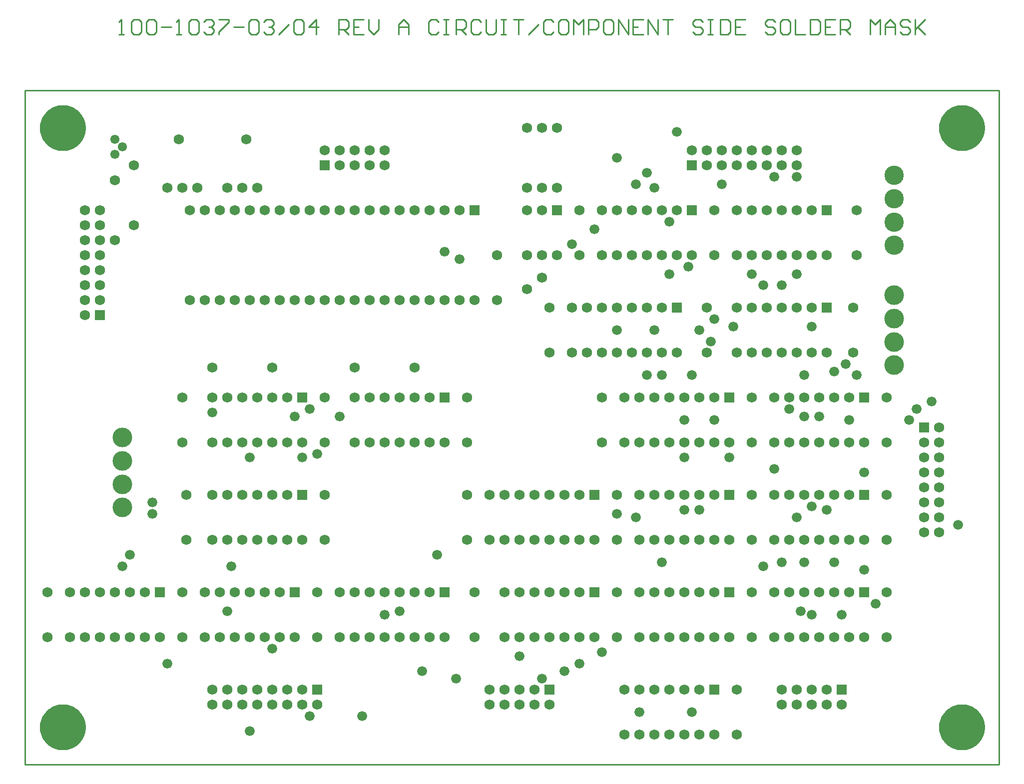
<source format=gbs>
*%FSLAX24Y24*%
*%MOIN*%
G01*
%ADD11C,0.0073*%
%ADD12C,0.0080*%
%ADD13C,0.0100*%
%ADD14C,0.0120*%
%ADD15C,0.0200*%
%ADD16C,0.0320*%
%ADD17C,0.0360*%
%ADD18C,0.0500*%
%ADD19C,0.0520*%
%ADD20C,0.0550*%
%ADD21C,0.0560*%
%ADD22C,0.0610*%
%ADD23C,0.0620*%
%ADD24C,0.0660*%
%ADD25C,0.0680*%
%ADD26C,0.0700*%
%ADD27C,0.0900*%
%ADD28C,0.1250*%
%ADD29C,0.1290*%
%ADD30C,0.1310*%
%ADD31C,0.1400*%
%ADD32C,0.1600*%
%ADD33C,0.2500*%
%ADD34R,0.0620X0.0620*%
%ADD35R,0.0680X0.0680*%
%ADD36R,0.2500X0.2500*%
D13*
X71420Y104270D02*
X71753D01*
X71587D01*
Y105270D01*
X71588D01*
X71587D02*
X71420Y105103D01*
X72253D02*
X72420Y105270D01*
X72753D01*
X72920Y105103D01*
Y104437D01*
X72753Y104270D01*
X72420D01*
X72253Y104437D01*
Y105103D01*
X73253D02*
X73419Y105270D01*
X73753D01*
X73919Y105103D01*
Y104437D01*
X73753Y104270D01*
X73419D01*
X73253Y104437D01*
Y105103D01*
X74252Y104770D02*
X74919D01*
X75252Y104270D02*
X75585D01*
X75419D01*
Y105270D01*
X75420D01*
X75419D02*
X75252Y105103D01*
X76085D02*
X76252Y105270D01*
X76585D01*
X76752Y105103D01*
Y104437D01*
X76585Y104270D01*
X76252D01*
X76085Y104437D01*
Y105103D01*
X77085D02*
X77251Y105270D01*
X77585D01*
X77751Y105103D01*
Y104936D01*
X77752D01*
X77751D02*
X77752D01*
X77751D02*
X77752D01*
X77751D02*
X77585Y104770D01*
X77418D01*
X77585D01*
X77751Y104603D01*
Y104437D01*
X77585Y104270D01*
X77251D01*
X77085Y104437D01*
X78085Y105270D02*
X78751D01*
Y105103D01*
X78085Y104437D01*
Y104270D01*
X79084Y104770D02*
X79751D01*
X80084Y105103D02*
X80250Y105270D01*
X80584D01*
X80750Y105103D01*
Y104437D01*
X80584Y104270D01*
X80250D01*
X80084Y104437D01*
Y105103D01*
X81084D02*
X81250Y105270D01*
X81583D01*
X81750Y105103D01*
Y104936D01*
X81751D01*
X81750D02*
X81751D01*
X81750D02*
X81751D01*
X81750D02*
X81583Y104770D01*
X81417D01*
X81583D01*
X81750Y104603D01*
Y104437D01*
X81583Y104270D01*
X81250D01*
X81084Y104437D01*
X82083Y104270D02*
X82750Y104936D01*
X83083Y105103D02*
X83250Y105270D01*
X83583D01*
X83749Y105103D01*
Y104437D01*
X83583Y104270D01*
X83250D01*
X83083Y104437D01*
Y105103D01*
X84582Y105270D02*
Y104270D01*
X84083Y104770D02*
X84582Y105270D01*
X84749Y104770D02*
X84083D01*
X86082Y104270D02*
Y105270D01*
X86582D01*
X86748Y105103D01*
Y104770D01*
X86582Y104603D01*
X86082D01*
X86415D02*
X86748Y104270D01*
X87082Y105270D02*
X87748D01*
X87082D02*
Y104270D01*
X87748D01*
X87415Y104770D02*
X87082D01*
X88081Y104603D02*
Y105270D01*
Y104603D02*
X88415Y104270D01*
X88748Y104603D01*
Y105270D01*
X90081Y104936D02*
Y104270D01*
Y104936D02*
X90414Y105270D01*
X90747Y104936D01*
Y104270D01*
Y104770D01*
X90081D01*
X92580Y105270D02*
X92746Y105103D01*
X92580Y105270D02*
X92247D01*
X92080Y105103D01*
Y104437D01*
X92247Y104270D01*
X92580D01*
X92746Y104437D01*
X93080Y105270D02*
X93413D01*
X93246D01*
Y104270D01*
X93080D01*
X93413D01*
X93913D02*
Y105270D01*
X94413D01*
X94579Y105103D01*
Y104770D01*
X94413Y104603D01*
X93913D01*
X94246D02*
X94579Y104270D01*
X95579Y105103D02*
X95412Y105270D01*
X95079D01*
X94912Y105103D01*
Y104437D01*
X95079Y104270D01*
X95412D01*
X95579Y104437D01*
X95912D02*
Y105270D01*
Y104437D02*
X96079Y104270D01*
X96412D01*
X96579Y104437D01*
Y105270D01*
X96912D02*
X97245D01*
X97078D01*
Y104270D01*
X96912D01*
X97245D01*
X97745Y105270D02*
X98411D01*
X98078D01*
Y104270D01*
X98745D02*
X99411Y104936D01*
X100244Y105270D02*
X100411Y105103D01*
X100244Y105270D02*
X99911D01*
X99744Y105103D01*
Y104437D01*
X99911Y104270D01*
X100244D01*
X100411Y104437D01*
X100910Y105270D02*
X101244D01*
X100910D02*
X100744Y105103D01*
Y104437D01*
X100910Y104270D01*
X101244D01*
X101410Y104437D01*
Y105103D01*
X101244Y105270D01*
X101744D02*
Y104270D01*
X102077Y104936D02*
X101744Y105270D01*
X102077Y104936D02*
X102410Y105270D01*
Y104270D01*
X102743D02*
Y105270D01*
X103243D01*
X103410Y105103D01*
Y104770D01*
X103243Y104603D01*
X102743D01*
X103910Y105270D02*
X104243D01*
X103910D02*
X103743Y105103D01*
Y104437D01*
X103910Y104270D01*
X104243D01*
X104409Y104437D01*
Y105103D01*
X104243Y105270D01*
X104743D02*
Y104270D01*
X105409D02*
X104743Y105270D01*
X105409D02*
Y104270D01*
X105742Y105270D02*
X106409D01*
X105742D02*
Y104270D01*
X106409D01*
X106075Y104770D02*
X105742D01*
X106742Y104270D02*
Y105270D01*
X107408Y104270D01*
Y105270D01*
X107742D02*
X108408D01*
X108075D01*
Y104270D01*
X110241Y105270D02*
X110407Y105103D01*
X110241Y105270D02*
X109908D01*
X109741Y105103D01*
Y104936D01*
X109908Y104770D01*
X110241D01*
X110407Y104603D01*
Y104437D01*
X110241Y104270D01*
X109908D01*
X109741Y104437D01*
X110741Y105270D02*
X111074D01*
X110907D01*
Y104270D01*
X110741D01*
X111074D01*
X111574D02*
Y105270D01*
Y104270D02*
X112074D01*
X112240Y104437D01*
Y105103D01*
X112074Y105270D01*
X111574D01*
X112573D02*
X113240D01*
X112573D02*
Y104270D01*
X113240D01*
X112907Y104770D02*
X112573D01*
X115073Y105270D02*
X115239Y105103D01*
X115073Y105270D02*
X114739D01*
X114573Y105103D01*
Y104936D01*
X114739Y104770D01*
X115073D01*
X115239Y104603D01*
Y104437D01*
X115073Y104270D01*
X114739D01*
X114573Y104437D01*
X115739Y105270D02*
X116072D01*
X115739D02*
X115572Y105103D01*
Y104437D01*
X115739Y104270D01*
X116072D01*
X116239Y104437D01*
Y105103D01*
X116072Y105270D01*
X116572D02*
Y104270D01*
X117239D01*
X117572D02*
Y105270D01*
Y104270D02*
X118072D01*
X118238Y104437D01*
Y105103D01*
X118072Y105270D01*
X117572D01*
X118571D02*
X119238D01*
X118571D02*
Y104270D01*
X119238D01*
X118905Y104770D02*
X118571D01*
X119571Y104270D02*
Y105270D01*
X120071D01*
X120238Y105103D01*
Y104770D01*
X120071Y104603D01*
X119571D01*
X119904D02*
X120238Y104270D01*
X121570D02*
Y105270D01*
X121904Y104936D01*
X122237Y105270D01*
Y104270D01*
X122570D02*
Y104936D01*
X122903Y105270D01*
X123237Y104936D01*
Y104270D01*
Y104770D01*
X122570D01*
X124070Y105270D02*
X124236Y105103D01*
X124070Y105270D02*
X123736D01*
X123570Y105103D01*
Y104936D01*
X123736Y104770D01*
X124070D01*
X124236Y104603D01*
Y104437D01*
X124070Y104270D01*
X123736D01*
X123570Y104437D01*
X124569Y104270D02*
Y105270D01*
Y104603D02*
Y104270D01*
Y104603D02*
X125236Y105270D01*
X124736Y104770D01*
X125236Y104270D01*
X130170Y55520D02*
X65170D01*
Y100520D02*
X130170D01*
Y55520D01*
X65170D02*
Y100520D01*
D18*
X66390Y58020D02*
X66391D01*
X66390D02*
X66394Y57917D01*
X66407Y57815D01*
X66427Y57714D01*
X66456Y57615D01*
X66492Y57518D01*
X66537Y57425D01*
X66588Y57336D01*
X66647Y57251D01*
X66712Y57171D01*
X66783Y57097D01*
X66860Y57029D01*
X66943Y56967D01*
X67030Y56911D01*
X67121Y56864D01*
X67216Y56823D01*
X67314Y56791D01*
X67414Y56766D01*
X67516Y56749D01*
X67618Y56741D01*
X67722D01*
X67824Y56749D01*
X67926Y56766D01*
X68026Y56791D01*
X68124Y56823D01*
X68219Y56864D01*
X68310Y56911D01*
X68397Y56967D01*
X68480Y57029D01*
X68557Y57097D01*
X68628Y57171D01*
X68693Y57251D01*
X68752Y57336D01*
X68803Y57425D01*
X68848Y57518D01*
X68884Y57615D01*
X68913Y57714D01*
X68933Y57815D01*
X68946Y57917D01*
X68950Y58020D01*
X68951D01*
X68950D02*
X68946Y58123D01*
X68933Y58225D01*
X68913Y58326D01*
X68884Y58425D01*
X68848Y58522D01*
X68803Y58615D01*
X68752Y58704D01*
X68693Y58789D01*
X68628Y58869D01*
X68557Y58943D01*
X68480Y59011D01*
X68397Y59073D01*
X68310Y59129D01*
X68219Y59176D01*
X68124Y59217D01*
X68026Y59249D01*
X67926Y59274D01*
X67824Y59291D01*
X67722Y59299D01*
X67618D01*
X67516Y59291D01*
X67414Y59274D01*
X67314Y59249D01*
X67216Y59217D01*
X67121Y59176D01*
X67030Y59129D01*
X66943Y59073D01*
X66860Y59011D01*
X66783Y58943D01*
X66712Y58869D01*
X66647Y58789D01*
X66588Y58704D01*
X66537Y58615D01*
X66492Y58522D01*
X66456Y58425D01*
X66427Y58326D01*
X66407Y58225D01*
X66394Y58123D01*
X66390Y58020D01*
X66870D02*
X66871D01*
X66870D02*
X66875Y57927D01*
X66892Y57836D01*
X66918Y57746D01*
X66955Y57661D01*
X67002Y57580D01*
X67057Y57506D01*
X67121Y57438D01*
X67192Y57378D01*
X67270Y57327D01*
X67353Y57285D01*
X67441Y57254D01*
X67531Y57232D01*
X67623Y57221D01*
X67717D01*
X67809Y57232D01*
X67899Y57254D01*
X67987Y57285D01*
X68070Y57327D01*
X68148Y57378D01*
X68219Y57438D01*
X68283Y57506D01*
X68338Y57580D01*
X68385Y57661D01*
X68422Y57746D01*
X68448Y57836D01*
X68465Y57927D01*
X68470Y58020D01*
X68471D01*
X68470D02*
X68465Y58113D01*
X68448Y58204D01*
X68422Y58294D01*
X68385Y58379D01*
X68338Y58460D01*
X68283Y58534D01*
X68219Y58602D01*
X68148Y58662D01*
X68070Y58713D01*
X67987Y58755D01*
X67899Y58786D01*
X67809Y58808D01*
X67717Y58819D01*
X67623D01*
X67531Y58808D01*
X67441Y58786D01*
X67353Y58755D01*
X67270Y58713D01*
X67192Y58662D01*
X67121Y58602D01*
X67057Y58534D01*
X67002Y58460D01*
X66955Y58379D01*
X66918Y58294D01*
X66892Y58204D01*
X66875Y58113D01*
X66870Y58020D01*
X67350D02*
X67351D01*
X67350D02*
X67357Y57953D01*
X67378Y57890D01*
X67411Y57832D01*
X67456Y57782D01*
X67510Y57743D01*
X67571Y57716D01*
X67637Y57702D01*
X67703D01*
X67769Y57716D01*
X67830Y57743D01*
X67884Y57782D01*
X67929Y57832D01*
X67962Y57890D01*
X67983Y57953D01*
X67990Y58020D01*
X67991D01*
X67990D02*
X67983Y58087D01*
X67962Y58150D01*
X67929Y58208D01*
X67884Y58258D01*
X67830Y58297D01*
X67769Y58324D01*
X67703Y58338D01*
X67637D01*
X67571Y58324D01*
X67510Y58297D01*
X67456Y58258D01*
X67411Y58208D01*
X67378Y58150D01*
X67357Y58087D01*
X67350Y58020D01*
X67670D02*
D03*
X66390Y98020D02*
X66391D01*
X66390D02*
X66394Y97917D01*
X66407Y97815D01*
X66427Y97714D01*
X66456Y97615D01*
X66492Y97518D01*
X66537Y97425D01*
X66588Y97336D01*
X66647Y97251D01*
X66712Y97171D01*
X66783Y97097D01*
X66860Y97029D01*
X66943Y96967D01*
X67030Y96911D01*
X67121Y96864D01*
X67216Y96823D01*
X67314Y96791D01*
X67414Y96766D01*
X67516Y96749D01*
X67618Y96741D01*
X67722D01*
X67824Y96749D01*
X67926Y96766D01*
X68026Y96791D01*
X68124Y96823D01*
X68219Y96864D01*
X68310Y96911D01*
X68397Y96967D01*
X68480Y97029D01*
X68557Y97097D01*
X68628Y97171D01*
X68693Y97251D01*
X68752Y97336D01*
X68803Y97425D01*
X68848Y97518D01*
X68884Y97615D01*
X68913Y97714D01*
X68933Y97815D01*
X68946Y97917D01*
X68950Y98020D01*
X68951D01*
X68950D02*
X68946Y98123D01*
X68933Y98225D01*
X68913Y98326D01*
X68884Y98425D01*
X68848Y98522D01*
X68803Y98615D01*
X68752Y98704D01*
X68693Y98789D01*
X68628Y98869D01*
X68557Y98943D01*
X68480Y99011D01*
X68397Y99073D01*
X68310Y99129D01*
X68219Y99176D01*
X68124Y99217D01*
X68026Y99249D01*
X67926Y99274D01*
X67824Y99291D01*
X67722Y99299D01*
X67618D01*
X67516Y99291D01*
X67414Y99274D01*
X67314Y99249D01*
X67216Y99217D01*
X67121Y99176D01*
X67030Y99129D01*
X66943Y99073D01*
X66860Y99011D01*
X66783Y98943D01*
X66712Y98869D01*
X66647Y98789D01*
X66588Y98704D01*
X66537Y98615D01*
X66492Y98522D01*
X66456Y98425D01*
X66427Y98326D01*
X66407Y98225D01*
X66394Y98123D01*
X66390Y98020D01*
X66870D02*
X66871D01*
X66870D02*
X66875Y97927D01*
X66892Y97836D01*
X66918Y97746D01*
X66955Y97661D01*
X67002Y97580D01*
X67057Y97506D01*
X67121Y97438D01*
X67192Y97378D01*
X67270Y97327D01*
X67353Y97285D01*
X67441Y97254D01*
X67531Y97232D01*
X67623Y97221D01*
X67717D01*
X67809Y97232D01*
X67899Y97254D01*
X67987Y97285D01*
X68070Y97327D01*
X68148Y97378D01*
X68219Y97438D01*
X68283Y97506D01*
X68338Y97580D01*
X68385Y97661D01*
X68422Y97746D01*
X68448Y97836D01*
X68465Y97927D01*
X68470Y98020D01*
X68471D01*
X68470D02*
X68465Y98113D01*
X68448Y98204D01*
X68422Y98294D01*
X68385Y98379D01*
X68338Y98460D01*
X68283Y98534D01*
X68219Y98602D01*
X68148Y98662D01*
X68070Y98713D01*
X67987Y98755D01*
X67899Y98786D01*
X67809Y98808D01*
X67717Y98819D01*
X67623D01*
X67531Y98808D01*
X67441Y98786D01*
X67353Y98755D01*
X67270Y98713D01*
X67192Y98662D01*
X67121Y98602D01*
X67057Y98534D01*
X67002Y98460D01*
X66955Y98379D01*
X66918Y98294D01*
X66892Y98204D01*
X66875Y98113D01*
X66870Y98020D01*
X67350D02*
X67351D01*
X67350D02*
X67357Y97953D01*
X67378Y97890D01*
X67411Y97832D01*
X67456Y97782D01*
X67510Y97743D01*
X67571Y97716D01*
X67637Y97702D01*
X67703D01*
X67769Y97716D01*
X67830Y97743D01*
X67884Y97782D01*
X67929Y97832D01*
X67962Y97890D01*
X67983Y97953D01*
X67990Y98020D01*
X67991D01*
X67990D02*
X67983Y98087D01*
X67962Y98150D01*
X67929Y98208D01*
X67884Y98258D01*
X67830Y98297D01*
X67769Y98324D01*
X67703Y98338D01*
X67637D01*
X67571Y98324D01*
X67510Y98297D01*
X67456Y98258D01*
X67411Y98208D01*
X67378Y98150D01*
X67357Y98087D01*
X67350Y98020D01*
X67670D02*
D03*
X126390Y58020D02*
X126391D01*
X126390D02*
X126394Y57917D01*
X126407Y57815D01*
X126427Y57714D01*
X126456Y57615D01*
X126492Y57518D01*
X126537Y57425D01*
X126588Y57336D01*
X126647Y57251D01*
X126712Y57171D01*
X126783Y57097D01*
X126860Y57029D01*
X126943Y56967D01*
X127030Y56911D01*
X127121Y56864D01*
X127216Y56823D01*
X127314Y56791D01*
X127414Y56766D01*
X127516Y56749D01*
X127618Y56741D01*
X127722D01*
X127824Y56749D01*
X127926Y56766D01*
X128026Y56791D01*
X128124Y56823D01*
X128219Y56864D01*
X128310Y56911D01*
X128397Y56967D01*
X128480Y57029D01*
X128557Y57097D01*
X128628Y57171D01*
X128693Y57251D01*
X128752Y57336D01*
X128803Y57425D01*
X128848Y57518D01*
X128884Y57615D01*
X128913Y57714D01*
X128933Y57815D01*
X128946Y57917D01*
X128950Y58020D01*
X128951D01*
X128950D02*
X128946Y58123D01*
X128933Y58225D01*
X128913Y58326D01*
X128884Y58425D01*
X128848Y58522D01*
X128803Y58615D01*
X128752Y58704D01*
X128693Y58789D01*
X128628Y58869D01*
X128557Y58943D01*
X128480Y59011D01*
X128397Y59073D01*
X128310Y59129D01*
X128219Y59176D01*
X128124Y59217D01*
X128026Y59249D01*
X127926Y59274D01*
X127824Y59291D01*
X127722Y59299D01*
X127618D01*
X127516Y59291D01*
X127414Y59274D01*
X127314Y59249D01*
X127216Y59217D01*
X127121Y59176D01*
X127030Y59129D01*
X126943Y59073D01*
X126860Y59011D01*
X126783Y58943D01*
X126712Y58869D01*
X126647Y58789D01*
X126588Y58704D01*
X126537Y58615D01*
X126492Y58522D01*
X126456Y58425D01*
X126427Y58326D01*
X126407Y58225D01*
X126394Y58123D01*
X126390Y58020D01*
X126870D02*
X126871D01*
X126870D02*
X126875Y57927D01*
X126892Y57836D01*
X126918Y57746D01*
X126955Y57661D01*
X127002Y57580D01*
X127057Y57506D01*
X127121Y57438D01*
X127192Y57378D01*
X127270Y57327D01*
X127353Y57285D01*
X127441Y57254D01*
X127531Y57232D01*
X127623Y57221D01*
X127717D01*
X127809Y57232D01*
X127899Y57254D01*
X127987Y57285D01*
X128070Y57327D01*
X128148Y57378D01*
X128219Y57438D01*
X128283Y57506D01*
X128338Y57580D01*
X128385Y57661D01*
X128422Y57746D01*
X128448Y57836D01*
X128465Y57927D01*
X128470Y58020D01*
X128471D01*
X128470D02*
X128465Y58113D01*
X128448Y58204D01*
X128422Y58294D01*
X128385Y58379D01*
X128338Y58460D01*
X128283Y58534D01*
X128219Y58602D01*
X128148Y58662D01*
X128070Y58713D01*
X127987Y58755D01*
X127899Y58786D01*
X127809Y58808D01*
X127717Y58819D01*
X127623D01*
X127531Y58808D01*
X127441Y58786D01*
X127353Y58755D01*
X127270Y58713D01*
X127192Y58662D01*
X127121Y58602D01*
X127057Y58534D01*
X127002Y58460D01*
X126955Y58379D01*
X126918Y58294D01*
X126892Y58204D01*
X126875Y58113D01*
X126870Y58020D01*
X127350D02*
X127351D01*
X127350D02*
X127357Y57953D01*
X127378Y57890D01*
X127411Y57832D01*
X127456Y57782D01*
X127510Y57743D01*
X127571Y57716D01*
X127637Y57702D01*
X127703D01*
X127769Y57716D01*
X127830Y57743D01*
X127884Y57782D01*
X127929Y57832D01*
X127962Y57890D01*
X127983Y57953D01*
X127990Y58020D01*
X127991D01*
X127990D02*
X127983Y58087D01*
X127962Y58150D01*
X127929Y58208D01*
X127884Y58258D01*
X127830Y58297D01*
X127769Y58324D01*
X127703Y58338D01*
X127637D01*
X127571Y58324D01*
X127510Y58297D01*
X127456Y58258D01*
X127411Y58208D01*
X127378Y58150D01*
X127357Y58087D01*
X127350Y58020D01*
X127670D02*
D03*
X126390Y98020D02*
X126391D01*
X126390D02*
X126394Y97917D01*
X126407Y97815D01*
X126427Y97714D01*
X126456Y97615D01*
X126492Y97518D01*
X126537Y97425D01*
X126588Y97336D01*
X126647Y97251D01*
X126712Y97171D01*
X126783Y97097D01*
X126860Y97029D01*
X126943Y96967D01*
X127030Y96911D01*
X127121Y96864D01*
X127216Y96823D01*
X127314Y96791D01*
X127414Y96766D01*
X127516Y96749D01*
X127618Y96741D01*
X127722D01*
X127824Y96749D01*
X127926Y96766D01*
X128026Y96791D01*
X128124Y96823D01*
X128219Y96864D01*
X128310Y96911D01*
X128397Y96967D01*
X128480Y97029D01*
X128557Y97097D01*
X128628Y97171D01*
X128693Y97251D01*
X128752Y97336D01*
X128803Y97425D01*
X128848Y97518D01*
X128884Y97615D01*
X128913Y97714D01*
X128933Y97815D01*
X128946Y97917D01*
X128950Y98020D01*
X128951D01*
X128950D02*
X128946Y98123D01*
X128933Y98225D01*
X128913Y98326D01*
X128884Y98425D01*
X128848Y98522D01*
X128803Y98615D01*
X128752Y98704D01*
X128693Y98789D01*
X128628Y98869D01*
X128557Y98943D01*
X128480Y99011D01*
X128397Y99073D01*
X128310Y99129D01*
X128219Y99176D01*
X128124Y99217D01*
X128026Y99249D01*
X127926Y99274D01*
X127824Y99291D01*
X127722Y99299D01*
X127618D01*
X127516Y99291D01*
X127414Y99274D01*
X127314Y99249D01*
X127216Y99217D01*
X127121Y99176D01*
X127030Y99129D01*
X126943Y99073D01*
X126860Y99011D01*
X126783Y98943D01*
X126712Y98869D01*
X126647Y98789D01*
X126588Y98704D01*
X126537Y98615D01*
X126492Y98522D01*
X126456Y98425D01*
X126427Y98326D01*
X126407Y98225D01*
X126394Y98123D01*
X126390Y98020D01*
X126870D02*
X126871D01*
X126870D02*
X126875Y97927D01*
X126892Y97836D01*
X126918Y97746D01*
X126955Y97661D01*
X127002Y97580D01*
X127057Y97506D01*
X127121Y97438D01*
X127192Y97378D01*
X127270Y97327D01*
X127353Y97285D01*
X127441Y97254D01*
X127531Y97232D01*
X127623Y97221D01*
X127717D01*
X127809Y97232D01*
X127899Y97254D01*
X127987Y97285D01*
X128070Y97327D01*
X128148Y97378D01*
X128219Y97438D01*
X128283Y97506D01*
X128338Y97580D01*
X128385Y97661D01*
X128422Y97746D01*
X128448Y97836D01*
X128465Y97927D01*
X128470Y98020D01*
X128471D01*
X128470D02*
X128465Y98113D01*
X128448Y98204D01*
X128422Y98294D01*
X128385Y98379D01*
X128338Y98460D01*
X128283Y98534D01*
X128219Y98602D01*
X128148Y98662D01*
X128070Y98713D01*
X127987Y98755D01*
X127899Y98786D01*
X127809Y98808D01*
X127717Y98819D01*
X127623D01*
X127531Y98808D01*
X127441Y98786D01*
X127353Y98755D01*
X127270Y98713D01*
X127192Y98662D01*
X127121Y98602D01*
X127057Y98534D01*
X127002Y98460D01*
X126955Y98379D01*
X126918Y98294D01*
X126892Y98204D01*
X126875Y98113D01*
X126870Y98020D01*
X127350D02*
X127351D01*
X127350D02*
X127357Y97953D01*
X127378Y97890D01*
X127411Y97832D01*
X127456Y97782D01*
X127510Y97743D01*
X127571Y97716D01*
X127637Y97702D01*
X127703D01*
X127769Y97716D01*
X127830Y97743D01*
X127884Y97782D01*
X127929Y97832D01*
X127962Y97890D01*
X127983Y97953D01*
X127990Y98020D01*
X127991D01*
X127990D02*
X127983Y98087D01*
X127962Y98150D01*
X127929Y98208D01*
X127884Y98258D01*
X127830Y98297D01*
X127769Y98324D01*
X127703Y98338D01*
X127637D01*
X127571Y98324D01*
X127510Y98297D01*
X127456Y98258D01*
X127411Y98208D01*
X127378Y98150D01*
X127357Y98087D01*
X127350Y98020D01*
X127670D02*
D03*
D22*
X71170Y96270D02*
D03*
X71670Y96770D02*
D03*
X71170Y97270D02*
D03*
D24*
X127420Y71520D02*
D03*
X125670Y79770D02*
D03*
X124170Y78520D02*
D03*
X124670Y79270D02*
D03*
X121920Y66270D02*
D03*
X121170Y75020D02*
D03*
Y68520D02*
D03*
X119920Y82270D02*
D03*
X120670Y81520D02*
D03*
X120170Y78520D02*
D03*
X119670Y65520D02*
D03*
X118670Y72520D02*
D03*
X119170Y69020D02*
D03*
Y81770D02*
D03*
X118170Y78770D02*
D03*
X117170Y69020D02*
D03*
X116920Y65770D02*
D03*
X116670Y72020D02*
D03*
Y88270D02*
D03*
X116170Y79270D02*
D03*
X117170Y81520D02*
D03*
Y78770D02*
D03*
X116670Y94770D02*
D03*
X117670Y72770D02*
D03*
Y65520D02*
D03*
Y84770D02*
D03*
X115170Y75270D02*
D03*
X114420Y68770D02*
D03*
X115670Y69020D02*
D03*
Y87520D02*
D03*
X114420D02*
D03*
X115170Y94770D02*
D03*
X112170Y76020D02*
D03*
X113670Y88270D02*
D03*
X112420Y84770D02*
D03*
X110170Y72520D02*
D03*
X110920Y83770D02*
D03*
X111170Y85270D02*
D03*
X110170Y84520D02*
D03*
X111170Y78520D02*
D03*
X111670Y94270D02*
D03*
X109670Y59020D02*
D03*
X109170Y72520D02*
D03*
Y76020D02*
D03*
X108170Y91770D02*
D03*
Y88270D02*
D03*
X109420Y88770D02*
D03*
X109670Y81520D02*
D03*
X109170Y78520D02*
D03*
X108670Y97770D02*
D03*
X106170Y59020D02*
D03*
X107670Y69020D02*
D03*
X107170Y84520D02*
D03*
X106670Y81520D02*
D03*
X107670D02*
D03*
X107170Y94020D02*
D03*
X106670Y95020D02*
D03*
X104670Y72270D02*
D03*
X105920Y72020D02*
D03*
X104670Y84520D02*
D03*
X105920Y94270D02*
D03*
X104670Y96020D02*
D03*
X102170Y62270D02*
D03*
X103670Y63020D02*
D03*
X103170Y91270D02*
D03*
X101170Y61770D02*
D03*
X101670Y90270D02*
D03*
X99670Y61270D02*
D03*
X98170Y62770D02*
D03*
X93920Y61270D02*
D03*
X92670Y69520D02*
D03*
X93170Y89770D02*
D03*
X94170Y89270D02*
D03*
X91670Y61770D02*
D03*
X90170Y65770D02*
D03*
X89170Y65520D02*
D03*
X87670Y58770D02*
D03*
X84670Y76270D02*
D03*
X86170Y78770D02*
D03*
X84170Y58770D02*
D03*
X83670Y76020D02*
D03*
X84170Y79270D02*
D03*
X83170Y78770D02*
D03*
X81670Y63270D02*
D03*
X80170Y57770D02*
D03*
X78670Y65770D02*
D03*
X78920Y68770D02*
D03*
X80170Y76020D02*
D03*
X77670Y79020D02*
D03*
X74670Y62270D02*
D03*
X73670Y73020D02*
D03*
Y72270D02*
D03*
X71670Y68770D02*
D03*
X72170Y69520D02*
D03*
D25*
X98670Y87270D02*
D03*
X99670Y88020D02*
D03*
X66670Y67020D02*
D03*
Y64020D02*
D03*
X69170Y85520D02*
D03*
X70170Y86520D02*
D03*
X69170D02*
D03*
X70170Y87520D02*
D03*
X69170D02*
D03*
X70170Y88520D02*
D03*
X69170D02*
D03*
X70170Y89520D02*
D03*
X69170D02*
D03*
X70170Y90520D02*
D03*
X69170D02*
D03*
X70170Y91520D02*
D03*
X69170D02*
D03*
X70170Y92520D02*
D03*
X69170D02*
D03*
X84670Y59520D02*
D03*
X83670Y60520D02*
D03*
Y59520D02*
D03*
X82670Y60520D02*
D03*
Y59520D02*
D03*
X81670Y60520D02*
D03*
Y59520D02*
D03*
X80670Y60520D02*
D03*
Y59520D02*
D03*
X79670Y60520D02*
D03*
Y59520D02*
D03*
X78670Y60520D02*
D03*
Y59520D02*
D03*
X77670Y60520D02*
D03*
Y59520D02*
D03*
X81670Y73520D02*
D03*
X83670Y70520D02*
D03*
X82670D02*
D03*
X81670D02*
D03*
X80670D02*
D03*
X79670D02*
D03*
X78670D02*
D03*
X77670D02*
D03*
Y73520D02*
D03*
X78670D02*
D03*
X79670D02*
D03*
X80670D02*
D03*
X82670D02*
D03*
X72170Y67020D02*
D03*
X74170Y64020D02*
D03*
X73170D02*
D03*
X72170D02*
D03*
X71170D02*
D03*
X70170D02*
D03*
X69170D02*
D03*
X68170D02*
D03*
Y67020D02*
D03*
X69170D02*
D03*
X70170D02*
D03*
X71170D02*
D03*
X73170D02*
D03*
X75670D02*
D03*
Y64020D02*
D03*
X81170Y67020D02*
D03*
X83170Y64020D02*
D03*
X82170D02*
D03*
X81170D02*
D03*
X80170D02*
D03*
X79170D02*
D03*
X78170D02*
D03*
X77170D02*
D03*
Y67020D02*
D03*
X78170D02*
D03*
X79170D02*
D03*
X80170D02*
D03*
X82170D02*
D03*
X84670D02*
D03*
Y64020D02*
D03*
X85170Y70520D02*
D03*
Y73520D02*
D03*
X75920Y70520D02*
D03*
Y73520D02*
D03*
X71170Y90520D02*
D03*
Y94520D02*
D03*
X72420Y91520D02*
D03*
Y95520D02*
D03*
X75670Y80020D02*
D03*
Y77020D02*
D03*
X81670Y80020D02*
D03*
X83670Y77020D02*
D03*
X82670D02*
D03*
X81670D02*
D03*
X80670D02*
D03*
X79670D02*
D03*
X78670D02*
D03*
X77670D02*
D03*
Y80020D02*
D03*
X78670D02*
D03*
X79670D02*
D03*
X80670D02*
D03*
X82670D02*
D03*
X85170D02*
D03*
Y77020D02*
D03*
X81670Y82020D02*
D03*
X77670D02*
D03*
X79670Y94020D02*
D03*
X80670D02*
D03*
X75670D02*
D03*
X74670D02*
D03*
X79920Y97270D02*
D03*
X75420D02*
D03*
X78670Y94020D02*
D03*
X76670D02*
D03*
X88170Y96520D02*
D03*
X85170D02*
D03*
X86170Y95520D02*
D03*
Y96520D02*
D03*
X87170Y95520D02*
D03*
Y96520D02*
D03*
X88170Y95520D02*
D03*
X89170D02*
D03*
Y96520D02*
D03*
X97170Y59520D02*
D03*
X100170D02*
D03*
X99170Y60520D02*
D03*
Y59520D02*
D03*
X98170Y60520D02*
D03*
Y59520D02*
D03*
X97170Y60520D02*
D03*
X96170D02*
D03*
Y59520D02*
D03*
X94670Y73520D02*
D03*
Y70520D02*
D03*
X92170Y67020D02*
D03*
X91170D02*
D03*
X90170D02*
D03*
X89170D02*
D03*
X88170D02*
D03*
X87170D02*
D03*
X86170D02*
D03*
Y64020D02*
D03*
X87170D02*
D03*
X88170D02*
D03*
X89170D02*
D03*
X90170D02*
D03*
X91170D02*
D03*
X92170D02*
D03*
X93170D02*
D03*
X95170Y67020D02*
D03*
Y64020D02*
D03*
X96670Y89520D02*
D03*
Y86520D02*
D03*
X91170Y80020D02*
D03*
X93170Y77020D02*
D03*
X92170D02*
D03*
X91170D02*
D03*
X90170D02*
D03*
X89170D02*
D03*
X88170D02*
D03*
X87170D02*
D03*
Y80020D02*
D03*
X88170D02*
D03*
X89170D02*
D03*
X90170D02*
D03*
X92170D02*
D03*
X91170Y82020D02*
D03*
X87170D02*
D03*
X94670Y80020D02*
D03*
Y77020D02*
D03*
X100170Y83020D02*
D03*
Y86020D02*
D03*
X100670Y94020D02*
D03*
Y98020D02*
D03*
X99670D02*
D03*
Y94020D02*
D03*
X98670Y98020D02*
D03*
Y94020D02*
D03*
X99670Y92520D02*
D03*
X100670Y89520D02*
D03*
X99670D02*
D03*
X98670D02*
D03*
Y92520D02*
D03*
X89170D02*
D03*
X95170Y86520D02*
D03*
X94170D02*
D03*
X93170D02*
D03*
X92170D02*
D03*
X91170D02*
D03*
X90170D02*
D03*
X89170D02*
D03*
X88170D02*
D03*
X87170D02*
D03*
X86170D02*
D03*
X85170D02*
D03*
X84170D02*
D03*
X83170D02*
D03*
X82170D02*
D03*
X81170D02*
D03*
X80170D02*
D03*
X79170D02*
D03*
X78170D02*
D03*
X77170D02*
D03*
X76170D02*
D03*
Y92520D02*
D03*
X77170D02*
D03*
X78170D02*
D03*
X79170D02*
D03*
X80170D02*
D03*
X81170D02*
D03*
X82170D02*
D03*
X83170D02*
D03*
X84170D02*
D03*
X85170D02*
D03*
X86170D02*
D03*
X87170D02*
D03*
X88170D02*
D03*
X90170D02*
D03*
X91170D02*
D03*
X92170D02*
D03*
X93170D02*
D03*
X94170D02*
D03*
X110170Y60520D02*
D03*
X109170D02*
D03*
X108170D02*
D03*
X107170D02*
D03*
X106170D02*
D03*
X105170D02*
D03*
Y57520D02*
D03*
X106170D02*
D03*
X107170D02*
D03*
X108170D02*
D03*
X109170D02*
D03*
X110170D02*
D03*
X111170D02*
D03*
X112670D02*
D03*
Y60520D02*
D03*
X102170Y73520D02*
D03*
X101170D02*
D03*
X100170D02*
D03*
X99170D02*
D03*
X98170D02*
D03*
X97170D02*
D03*
X96170D02*
D03*
Y70520D02*
D03*
X97170D02*
D03*
X98170D02*
D03*
X99170D02*
D03*
X100170D02*
D03*
X101170D02*
D03*
X102170D02*
D03*
X103170D02*
D03*
X104670Y73520D02*
D03*
Y70520D02*
D03*
X110170Y73520D02*
D03*
X112170Y70520D02*
D03*
X111170D02*
D03*
X110170D02*
D03*
X109170D02*
D03*
X108170D02*
D03*
X107170D02*
D03*
X106170D02*
D03*
Y73520D02*
D03*
X107170D02*
D03*
X108170D02*
D03*
X109170D02*
D03*
X111170D02*
D03*
X113670D02*
D03*
Y70520D02*
D03*
Y67020D02*
D03*
Y64020D02*
D03*
X110170Y67020D02*
D03*
X112170Y64020D02*
D03*
X111170D02*
D03*
X110170D02*
D03*
X109170D02*
D03*
X108170D02*
D03*
X107170D02*
D03*
X106170D02*
D03*
Y67020D02*
D03*
X107170D02*
D03*
X108170D02*
D03*
X109170D02*
D03*
X111170D02*
D03*
X104670D02*
D03*
Y64020D02*
D03*
X101170Y67020D02*
D03*
X103170Y64020D02*
D03*
X102170D02*
D03*
X101170D02*
D03*
X100170D02*
D03*
X99170D02*
D03*
X98170D02*
D03*
X97170D02*
D03*
Y67020D02*
D03*
X98170D02*
D03*
X99170D02*
D03*
X100170D02*
D03*
X102170D02*
D03*
X110670Y83020D02*
D03*
Y86020D02*
D03*
X113670Y77020D02*
D03*
Y80020D02*
D03*
X102170Y92520D02*
D03*
Y89520D02*
D03*
X112170Y77020D02*
D03*
X111170D02*
D03*
X110170D02*
D03*
X109170D02*
D03*
X108170D02*
D03*
X107170D02*
D03*
X106170D02*
D03*
X105170D02*
D03*
Y80020D02*
D03*
X106170D02*
D03*
X107170D02*
D03*
X108170D02*
D03*
X109170D02*
D03*
X110170D02*
D03*
X111170D02*
D03*
X108670Y83020D02*
D03*
X107670D02*
D03*
X106670D02*
D03*
X105670D02*
D03*
X104670D02*
D03*
X103670D02*
D03*
X102670D02*
D03*
X101670D02*
D03*
Y86020D02*
D03*
X102670D02*
D03*
X103670D02*
D03*
X104670D02*
D03*
X105670D02*
D03*
X106670D02*
D03*
X107670D02*
D03*
X111170Y92520D02*
D03*
Y89520D02*
D03*
X103670Y77020D02*
D03*
Y80020D02*
D03*
X109670Y96520D02*
D03*
X110670Y95520D02*
D03*
Y96520D02*
D03*
X111670Y95520D02*
D03*
Y96520D02*
D03*
X112670Y95520D02*
D03*
Y96520D02*
D03*
X113670Y95520D02*
D03*
Y96520D02*
D03*
X114670Y95520D02*
D03*
Y96520D02*
D03*
X115670Y95520D02*
D03*
Y96520D02*
D03*
X116670Y95520D02*
D03*
Y96520D02*
D03*
X108670Y92520D02*
D03*
X107670D02*
D03*
X106670D02*
D03*
X105670D02*
D03*
X104670D02*
D03*
X103670D02*
D03*
Y89520D02*
D03*
X104670D02*
D03*
X105670D02*
D03*
X106670D02*
D03*
X107670D02*
D03*
X108670D02*
D03*
X109670D02*
D03*
X116670Y59520D02*
D03*
X119670D02*
D03*
X118670Y60520D02*
D03*
Y59520D02*
D03*
X117670Y60520D02*
D03*
Y59520D02*
D03*
X116670Y60520D02*
D03*
X115670D02*
D03*
Y59520D02*
D03*
X120170Y73520D02*
D03*
X119170D02*
D03*
X118170D02*
D03*
X117170D02*
D03*
X116170D02*
D03*
X115170D02*
D03*
Y70520D02*
D03*
X116170D02*
D03*
X117170D02*
D03*
X118170D02*
D03*
X119170D02*
D03*
X120170D02*
D03*
X121170D02*
D03*
X122670Y73520D02*
D03*
Y70520D02*
D03*
Y67020D02*
D03*
Y64020D02*
D03*
X120170Y67020D02*
D03*
X119170D02*
D03*
X118170D02*
D03*
X117170D02*
D03*
X116170D02*
D03*
X115170D02*
D03*
Y64020D02*
D03*
X116170D02*
D03*
X117170D02*
D03*
X118170D02*
D03*
X119170D02*
D03*
X120170D02*
D03*
X121170D02*
D03*
X126170Y78020D02*
D03*
X125170Y77020D02*
D03*
X126170D02*
D03*
X125170Y76020D02*
D03*
X126170D02*
D03*
X125170Y75020D02*
D03*
X126170D02*
D03*
X125170Y74020D02*
D03*
X126170D02*
D03*
X125170Y73020D02*
D03*
X126170D02*
D03*
X125170Y72020D02*
D03*
X126170D02*
D03*
X125170Y71020D02*
D03*
X126170D02*
D03*
X120170Y80020D02*
D03*
X119170D02*
D03*
X118170D02*
D03*
X117170D02*
D03*
X116170D02*
D03*
X115170D02*
D03*
Y77020D02*
D03*
X116170D02*
D03*
X117170D02*
D03*
X118170D02*
D03*
X119170D02*
D03*
X120170D02*
D03*
X121170D02*
D03*
X116670Y86020D02*
D03*
X118670Y83020D02*
D03*
X117670D02*
D03*
X116670D02*
D03*
X115670D02*
D03*
X114670D02*
D03*
X113670D02*
D03*
X112670D02*
D03*
Y86020D02*
D03*
X113670D02*
D03*
X114670D02*
D03*
X115670D02*
D03*
X117670D02*
D03*
X120670Y92520D02*
D03*
Y89520D02*
D03*
X122670Y77020D02*
D03*
Y80020D02*
D03*
X120420Y83020D02*
D03*
Y86020D02*
D03*
X117670Y92520D02*
D03*
X116670D02*
D03*
X115670D02*
D03*
X114670D02*
D03*
X113670D02*
D03*
X112670D02*
D03*
Y89520D02*
D03*
X113670D02*
D03*
X114670D02*
D03*
X115670D02*
D03*
X116670D02*
D03*
X117670D02*
D03*
X118670D02*
D03*
D29*
X123170Y93300D02*
D03*
Y90180D02*
D03*
Y94860D02*
D03*
Y91740D02*
D03*
D30*
X71670Y74240D02*
D03*
Y77360D02*
D03*
Y72680D02*
D03*
Y75800D02*
D03*
X123170Y85300D02*
D03*
Y82180D02*
D03*
Y86860D02*
D03*
Y83740D02*
D03*
D35*
X70170Y85520D02*
D03*
X84670Y60520D02*
D03*
X83670Y73520D02*
D03*
X74170Y67020D02*
D03*
X83170D02*
D03*
X83670Y80020D02*
D03*
X85170Y95520D02*
D03*
X100170Y60520D02*
D03*
X93170Y67020D02*
D03*
Y80020D02*
D03*
X100670Y92520D02*
D03*
X95170D02*
D03*
X111170Y60520D02*
D03*
X103170Y73520D02*
D03*
X112170D02*
D03*
Y67020D02*
D03*
X103170D02*
D03*
X112170Y80020D02*
D03*
X108670Y86020D02*
D03*
X109670Y95520D02*
D03*
Y92520D02*
D03*
X119670Y60520D02*
D03*
X121170Y73520D02*
D03*
Y67020D02*
D03*
X125170Y78020D02*
D03*
X121170Y80020D02*
D03*
X118670Y86020D02*
D03*
Y92520D02*
D03*
M02*

</source>
